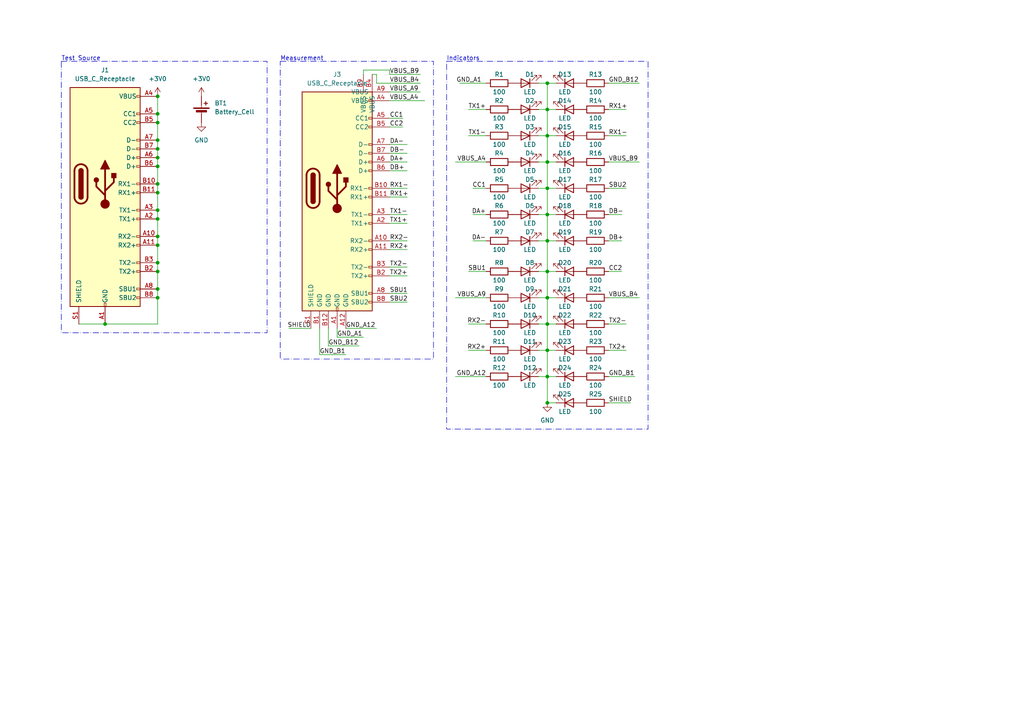
<source format=kicad_sch>
(kicad_sch (version 20230121) (generator eeschema)
  (paper "A4")
  (lib_symbols
    (symbol "Connector:USB_C_Receptacle" (pin_names (offset 1.016))
      (property "Reference" "J" (at -10.16 29.21 0))
      (property "Value" "USB_C_Receptacle" (at 10.16 29.21 0))
      (symbol "USB_C_Receptacle_0_0"
        (rectangle (start -0.254 -35.56) (end 0.254 -34.544))
        (rectangle (start 10.16 -32.766) (end 9.144 -33.274))
        (rectangle (start 10.16 -30.226) (end 9.144 -30.734))
        (rectangle (start 10.16 -25.146) (end 9.144 -25.654))
        (rectangle (start 10.16 -22.606) (end 9.144 -23.114))
        (rectangle (start 10.16 -17.526) (end 9.144 -18.034))
        (rectangle (start 10.16 -14.986) (end 9.144 -15.494))
        (rectangle (start 10.16 -9.906) (end 9.144 -10.414))
        (rectangle (start 10.16 -7.366) (end 9.144 -7.874))
        (rectangle (start 10.16 -2.286) (end 9.144 -2.794))
        (rectangle (start 10.16 0.254) (end 9.144 -0.254))
        (rectangle (start 10.16 5.334) (end 9.144 4.826))
        (rectangle (start 10.16 7.874) (end 9.144 7.366))
        (rectangle (start 10.16 10.414) (end 9.144 9.906))
        (rectangle (start 10.16 12.954) (end 9.144 12.446))
        (rectangle (start 10.16 18.034) (end 9.144 17.526))
        (rectangle (start 10.16 20.574) (end 9.144 20.066))
        (rectangle (start 10.16 25.654) (end 9.144 25.146))
      )
      (symbol "USB_C_Receptacle_0_1"
        (rectangle (start -10.16 27.94) (end 10.16 -35.56) (stroke (width 0.254)) (fill (type background)))
        (arc (start -8.89 -3.81) (mid -6.985 -5.7067) (end -5.08 -3.81) (stroke (width 0.508)))
        (arc (start -7.62 -3.81) (mid -6.985 -4.4423) (end -6.35 -3.81) (stroke (width 0.254)))
        (arc (start -7.62 -3.81) (mid -6.985 -4.4423) (end -6.35 -3.81) (stroke (width 0.254)) (fill (type outline)))
        (rectangle (start -7.62 -3.81) (end -6.35 3.81) (stroke (width 0.254)) (fill (type outline)))
        (arc (start -6.35 3.81) (mid -6.985 4.4423) (end -7.62 3.81) (stroke (width 0.254)))
        (arc (start -6.35 3.81) (mid -6.985 4.4423) (end -7.62 3.81) (stroke (width 0.254)) (fill (type outline)))
        (arc (start -5.08 3.81) (mid -6.985 5.7067) (end -8.89 3.81) (stroke (width 0.508)))
        (polyline (pts (xy -8.89 -3.81) (xy -8.89 3.81)) (stroke (width 0.508)))
        (polyline (pts (xy -5.08 3.81) (xy -5.08 -3.81)) (stroke (width 0.508)))
      )
      (symbol "USB_C_Receptacle_1_1"
        (circle (center -2.54 1.143) (radius 0.635) (stroke (width 0.254)) (fill (type outline)))
        (circle (center 0 -5.842) (radius 1.27) (fill (type outline)))
        (polyline (pts (xy 0 -5.842) (xy 0 4.318)) (stroke (width 0.508)))
        (polyline (pts (xy 0 -3.302) (xy -2.54 -0.762) (xy -2.54 0.508)) (stroke (width 0.508)))
        (polyline (pts (xy 0 -2.032) (xy 2.54 0.508) (xy 2.54 1.778)) (stroke (width 0.508)))
        (polyline (pts (xy -1.27 4.318) (xy 0 6.858) (xy 1.27 4.318) (xy -1.27 4.318)) (stroke (width 0.254)) (fill (type outline)))
        (rectangle (start 1.905 1.778) (end 3.175 3.048) (stroke (width 0.254)) (fill (type outline)))
        (pin passive line (at 0 -40.64 90) (length 5.08) (name "GND") (number "A1"))
        (pin bidirectional line (at 15.24 -15.24 180) (length 5.08) (name "RX2-") (number "A10"))
        (pin bidirectional line (at 15.24 -17.78 180) (length 5.08) (name "RX2+") (number "A11"))
        (pin passive line (at 0 -40.64 90) (length 5.08) hide (name "GND") (number "A12"))
        (pin bidirectional line (at 15.24 -10.16 180) (length 5.08) (name "TX1+") (number "A2"))
        (pin bidirectional line (at 15.24 -7.62 180) (length 5.08) (name "TX1-") (number "A3"))
        (pin passive line (at 15.24 25.4 180) (length 5.08) (name "VBUS") (number "A4"))
        (pin bidirectional line (at 15.24 20.32 180) (length 5.08) (name "CC1") (number "A5"))
        (pin bidirectional line (at 15.24 7.62 180) (length 5.08) (name "D+") (number "A6"))
        (pin bidirectional line (at 15.24 12.7 180) (length 5.08) (name "D-") (number "A7"))
        (pin bidirectional line (at 15.24 -30.48 180) (length 5.08) (name "SBU1") (number "A8"))
        (pin passive line (at 15.24 25.4 180) (length 5.08) hide (name "VBUS") (number "A9"))
        (pin passive line (at 0 -40.64 90) (length 5.08) hide (name "GND") (number "B1"))
        (pin bidirectional line (at 15.24 0 180) (length 5.08) (name "RX1-") (number "B10"))
        (pin bidirectional line (at 15.24 -2.54 180) (length 5.08) (name "RX1+") (number "B11"))
        (pin passive line (at 0 -40.64 90) (length 5.08) hide (name "GND") (number "B12"))
        (pin bidirectional line (at 15.24 -25.4 180) (length 5.08) (name "TX2+") (number "B2"))
        (pin bidirectional line (at 15.24 -22.86 180) (length 5.08) (name "TX2-") (number "B3"))
        (pin passive line (at 15.24 25.4 180) (length 5.08) hide (name "VBUS") (number "B4"))
        (pin bidirectional line (at 15.24 17.78 180) (length 5.08) (name "CC2") (number "B5"))
        (pin bidirectional line (at 15.24 5.08 180) (length 5.08) (name "D+") (number "B6"))
        (pin bidirectional line (at 15.24 10.16 180) (length 5.08) (name "D-") (number "B7"))
        (pin bidirectional line (at 15.24 -33.02 180) (length 5.08) (name "SBU2") (number "B8"))
        (pin passive line (at 15.24 25.4 180) (length 5.08) hide (name "VBUS") (number "B9"))
        (pin passive line (at -7.62 -40.64 90) (length 5.08) (name "SHIELD") (number "S1"))
      )
    )
    (symbol "Device:Battery_Cell" (pin_numbers hide) (pin_names (offset 0) hide)
      (property "Reference" "BT" (at 2.54 2.54 0))
      (property "Value" "Battery_Cell" (at 2.54 0 0))
      (symbol "Battery_Cell_0_1"
        (rectangle (start -2.286 1.778) (end 2.286 1.524) (fill (type outline)))
        (rectangle (start -1.524 1.016) (end 1.524 0.508) (fill (type outline)))
        (polyline (pts (xy 0 0.762) (xy 0 0)))
        (polyline (pts (xy 0 1.778) (xy 0 2.54)))
        (polyline (pts (xy 0.762 3.048) (xy 1.778 3.048)) (stroke (width 0.254)))
        (polyline (pts (xy 1.27 3.556) (xy 1.27 2.54)) (stroke (width 0.254)))
      )
      (symbol "Battery_Cell_1_1"
        (pin passive line (at 0 5.08 270) (length 2.54) (name "+") (number "1"))
        (pin passive line (at 0 -2.54 90) (length 2.54) (name "-") (number "2"))
      )
    )
    (symbol "Device:LED" (pin_numbers hide) (pin_names (offset 1.016) hide)
      (property "Reference" "D" (at 0 2.54 0))
      (property "Value" "LED" (at 0 -2.54 0))
      (symbol "LED_0_1"
        (polyline (pts (xy -1.27 -1.27) (xy -1.27 1.27)) (stroke (width 0.254)))
        (polyline (pts (xy -1.27 0) (xy 1.27 0)))
        (polyline (pts (xy 1.27 -1.27) (xy 1.27 1.27) (xy -1.27 0) (xy 1.27 -1.27)) (stroke (width 0.254)))
        (polyline (pts (xy -3.048 -0.762) (xy -4.572 -2.286) (xy -3.81 -2.286) (xy -4.572 -2.286) (xy -4.572 -1.524)))
        (polyline (pts (xy -1.778 -0.762) (xy -3.302 -2.286) (xy -2.54 -2.286) (xy -3.302 -2.286) (xy -3.302 -1.524)))
      )
      (symbol "LED_1_1"
        (pin passive line (at -3.81 0 0) (length 2.54) (name "K") (number "1"))
        (pin passive line (at 3.81 0 180) (length 2.54) (name "A") (number "2"))
      )
    )
    (symbol "Device:R" (pin_numbers hide) (pin_names (offset 0))
      (property "Reference" "R" (at 2.032 0 90))
      (property "Value" "R" (at 0 0 90))
      (symbol "R_0_1"
        (rectangle (start -1.016 -2.54) (end 1.016 2.54) (stroke (width 0.254)))
      )
      (symbol "R_1_1"
        (pin passive line (at 0 3.81 270) (length 1.27) (name "~") (number "1"))
        (pin passive line (at 0 -3.81 90) (length 1.27) (name "~") (number "2"))
      )
    )
    (symbol "USB_C_Receptacle_1" (pin_names (offset 1.016))
      (property "Reference" "J3" (at 0 33.02 0))
      (property "Value" "USB_C_Receptacle" (at 0 30.48 0))
      (symbol "USB_C_Receptacle_1_0_0"
        (rectangle (start -0.254 -35.56) (end 0.254 -34.544))
        (rectangle (start 10.16 -32.766) (end 9.144 -33.274))
        (rectangle (start 10.16 -30.226) (end 9.144 -30.734))
        (rectangle (start 10.16 -25.146) (end 9.144 -25.654))
        (rectangle (start 10.16 -22.606) (end 9.144 -23.114))
        (rectangle (start 10.16 -17.526) (end 9.144 -18.034))
        (rectangle (start 10.16 -14.986) (end 9.144 -15.494))
        (rectangle (start 10.16 -9.906) (end 9.144 -10.414))
        (rectangle (start 10.16 -7.366) (end 9.144 -7.874))
        (rectangle (start 10.16 -2.286) (end 9.144 -2.794))
        (rectangle (start 10.16 0.254) (end 9.144 -0.254))
        (rectangle (start 10.16 5.334) (end 9.144 4.826))
        (rectangle (start 10.16 7.874) (end 9.144 7.366))
        (rectangle (start 10.16 10.414) (end 9.144 9.906))
        (rectangle (start 10.16 12.954) (end 9.144 12.446))
        (rectangle (start 10.16 18.034) (end 9.144 17.526))
        (rectangle (start 10.16 20.574) (end 9.144 20.066))
        (rectangle (start 10.16 25.654) (end 9.144 25.146))
      )
      (symbol "USB_C_Receptacle_1_0_1"
        (rectangle (start -10.16 27.94) (end 10.16 -35.56) (stroke (width 0.254)) (fill (type background)))
        (arc (start -8.89 -3.81) (mid -6.985 -5.7067) (end -5.08 -3.81) (stroke (width 0.508)))
        (arc (start -7.62 -3.81) (mid -6.985 -4.4423) (end -6.35 -3.81) (stroke (width 0.254)))
        (arc (start -7.62 -3.81) (mid -6.985 -4.4423) (end -6.35 -3.81) (stroke (width 0.254)) (fill (type outline)))
        (rectangle (start -7.62 -3.81) (end -6.35 3.81) (stroke (width 0.254)) (fill (type outline)))
        (arc (start -6.35 3.81) (mid -6.985 4.4423) (end -7.62 3.81) (stroke (width 0.254)))
        (arc (start -6.35 3.81) (mid -6.985 4.4423) (end -7.62 3.81) (stroke (width 0.254)) (fill (type outline)))
        (arc (start -5.08 3.81) (mid -6.985 5.7067) (end -8.89 3.81) (stroke (width 0.508)))
        (polyline (pts (xy -8.89 -3.81) (xy -8.89 3.81)) (stroke (width 0.508)))
        (polyline (pts (xy -5.08 3.81) (xy -5.08 -3.81)) (stroke (width 0.508)))
      )
      (symbol "USB_C_Receptacle_1_1_1"
        (circle (center -2.54 1.143) (radius 0.635) (stroke (width 0.254)) (fill (type outline)))
        (circle (center 0 -5.842) (radius 1.27) (fill (type outline)))
        (polyline (pts (xy 0 -5.842) (xy 0 4.318)) (stroke (width 0.508)))
        (polyline (pts (xy 0 -3.302) (xy -2.54 -0.762) (xy -2.54 0.508)) (stroke (width 0.508)))
        (polyline (pts (xy 0 -2.032) (xy 2.54 0.508) (xy 2.54 1.778)) (stroke (width 0.508)))
        (polyline (pts (xy -1.27 4.318) (xy 0 6.858) (xy 1.27 4.318) (xy -1.27 4.318)) (stroke (width 0.254)) (fill (type outline)))
        (rectangle (start 1.905 1.778) (end 3.175 3.048) (stroke (width 0.254)) (fill (type outline)))
        (pin passive line (at 0 -40.64 90) (length 5.08) (name "GND") (number "A1"))
        (pin bidirectional line (at 15.24 -15.24 180) (length 5.08) (name "RX2-") (number "A10"))
        (pin bidirectional line (at 15.24 -17.78 180) (length 5.08) (name "RX2+") (number "A11"))
        (pin passive line (at 2.54 -40.64 90) (length 5.08) (name "GND") (number "A12"))
        (pin bidirectional line (at 15.24 -10.16 180) (length 5.08) (name "TX1+") (number "A2"))
        (pin bidirectional line (at 15.24 -7.62 180) (length 5.08) (name "TX1-") (number "A3"))
        (pin passive line (at 15.24 25.4 180) (length 5.08) (name "VBUS") (number "A4"))
        (pin bidirectional line (at 15.24 20.32 180) (length 5.08) (name "CC1") (number "A5"))
        (pin bidirectional line (at 15.24 7.62 180) (length 5.08) (name "D+") (number "A6"))
        (pin bidirectional line (at 15.24 12.7 180) (length 5.08) (name "D-") (number "A7"))
        (pin bidirectional line (at 15.24 -30.48 180) (length 5.08) (name "SBU1") (number "A8"))
        (pin passive line (at 15.24 27.94 180) (length 5.08) (name "VBUS") (number "A9"))
        (pin passive line (at -5.08 -40.64 90) (length 5.08) (name "GND") (number "B1"))
        (pin bidirectional line (at 15.24 0 180) (length 5.08) (name "RX1-") (number "B10"))
        (pin bidirectional line (at 15.24 -2.54 180) (length 5.08) (name "RX1+") (number "B11"))
        (pin passive line (at -2.54 -40.64 90) (length 5.08) (name "GND") (number "B12"))
        (pin bidirectional line (at 15.24 -25.4 180) (length 5.08) (name "TX2+") (number "B2"))
        (pin bidirectional line (at 15.24 -22.86 180) (length 5.08) (name "TX2-") (number "B3"))
        (pin passive line (at 10.16 33.02 270) (length 5.08) (name "VBUS") (number "B4"))
        (pin bidirectional line (at 15.24 17.78 180) (length 5.08) (name "CC2") (number "B5"))
        (pin bidirectional line (at 15.24 5.08 180) (length 5.08) (name "D+") (number "B6"))
        (pin bidirectional line (at 15.24 10.16 180) (length 5.08) (name "D-") (number "B7"))
        (pin bidirectional line (at 15.24 -33.02 180) (length 5.08) (name "SBU2") (number "B8"))
        (pin passive line (at 7.62 33.02 270) (length 5.08) (name "VBUS") (number "B9"))
        (pin passive line (at -7.62 -40.64 90) (length 5.08) (name "SHIELD") (number "S1"))
      )
    )
    (symbol "power:+3V0" (power) (pin_names (offset 0))
      (property "Value" "+3V0" (at 0 3.556 0))
      (symbol "+3V0_0_1"
        (polyline (pts (xy -0.762 1.27) (xy 0 2.54)))
        (polyline (pts (xy 0 0) (xy 0 2.54)))
        (polyline (pts (xy 0 2.54) (xy 0.762 1.27)))
      )
      (symbol "+3V0_1_1"
        (pin power_in line (at 0 0 90) (length 0) hide (name "+3V0") (number "1"))
      )
    )
    (symbol "power:GND" (power) (pin_names (offset 0))
      (property "Value" "GND" (at 0 -3.81 0))
      (symbol "GND_0_1"
        (polyline (pts (xy 0 0) (xy 0 -1.27) (xy 1.27 -1.27) (xy 0 -2.54) (xy -1.27 -1.27) (xy 0 -1.27)))
      )
      (symbol "GND_1_1"
        (pin power_in line (at 0 0 270) (length 0) hide (name "GND") (number "1"))
      )
    )
  )
  (junction (at 45.72 83.82))
  (junction (at 45.72 60.96))
  (junction (at 45.72 76.2))
  (junction (at 45.72 53.34))
  (junction (at 158.75 116.84))
  (junction (at 158.75 101.6))
  (junction (at 45.72 43.18))
  (junction (at 45.72 48.26))
  (junction (at 158.75 86.36))
  (junction (at 45.72 86.36))
  (junction (at 45.72 45.72))
  (junction (at 158.75 31.75))
  (junction (at 45.72 33.02))
  (junction (at 158.75 24.13))
  (junction (at 158.75 54.61))
  (junction (at 158.75 78.74))
  (junction (at 45.72 68.58))
  (junction (at 158.75 69.85))
  (junction (at 45.72 40.64))
  (junction (at 158.75 109.22))
  (junction (at 45.72 35.56))
  (junction (at 158.75 93.98))
  (junction (at 158.75 46.99))
  (junction (at 45.72 63.5))
  (junction (at 45.72 55.88))
  (junction (at 45.72 78.74))
  (junction (at 158.75 62.23))
  (junction (at 45.72 27.94))
  (junction (at 30.48 93.98))
  (junction (at 45.72 71.12))
  (junction (at 158.75 39.37))
  (wire (pts (xy 137.16 54.61) (xy 140.97 54.61)))
  (wire (pts (xy 113.03 34.29) (xy 116.84 34.29)))
  (wire (pts (xy 135.89 101.6) (xy 140.97 101.6)))
  (wire (pts (xy 176.53 31.75) (xy 181.61 31.75)))
  (wire (pts (xy 135.89 31.75) (xy 140.97 31.75)))
  (wire (pts (xy 158.75 46.99) (xy 161.29 46.99)))
  (wire (pts (xy 156.21 109.22) (xy 158.75 109.22)))
  (wire (pts (xy 156.21 93.98) (xy 158.75 93.98)))
  (wire (pts (xy 132.08 46.99) (xy 140.97 46.99)))
  (wire (pts (xy 158.75 101.6) (xy 158.75 109.22)))
  (wire (pts (xy 45.72 53.34) (xy 45.72 55.88)))
  (wire (pts (xy 113.03 29.21) (xy 123.19 29.21)))
  (wire (pts (xy 176.53 24.13) (xy 185.42 24.13)))
  (wire (pts (xy 158.75 24.13) (xy 158.75 31.75)))
  (wire (pts (xy 97.79 95.25) (xy 97.79 97.79)))
  (wire (pts (xy 95.25 95.25) (xy 95.25 100.33)))
  (wire (pts (xy 105.41 20.32) (xy 113.03 20.32)))
  (wire (pts (xy 176.53 69.85) (xy 180.34 69.85)))
  (wire (pts (xy 158.75 24.13) (xy 161.29 24.13)))
  (wire (pts (xy 135.89 93.98) (xy 140.97 93.98)))
  (wire (pts (xy 113.03 72.39) (xy 118.11 72.39)))
  (wire (pts (xy 156.21 62.23) (xy 158.75 62.23)))
  (wire (pts (xy 45.72 43.18) (xy 45.72 45.72)))
  (wire (pts (xy 113.03 87.63) (xy 118.11 87.63)))
  (wire (pts (xy 109.22 21.59) (xy 109.22 24.13)))
  (wire (pts (xy 45.72 35.56) (xy 45.72 40.64)))
  (wire (pts (xy 133.35 24.13) (xy 140.97 24.13)))
  (wire (pts (xy 92.71 102.87) (xy 100.33 102.87)))
  (wire (pts (xy 113.03 21.59) (xy 121.92 21.59)))
  (wire (pts (xy 176.53 54.61) (xy 181.61 54.61)))
  (wire (pts (xy 113.03 57.15) (xy 118.11 57.15)))
  (wire (pts (xy 113.03 36.83) (xy 116.84 36.83)))
  (wire (pts (xy 176.53 46.99) (xy 185.42 46.99)))
  (wire (pts (xy 95.25 100.33) (xy 104.14 100.33)))
  (wire (pts (xy 176.53 39.37) (xy 181.61 39.37)))
  (wire (pts (xy 156.21 69.85) (xy 158.75 69.85)))
  (wire (pts (xy 176.53 116.84) (xy 182.88 116.84)))
  (wire (pts (xy 135.89 39.37) (xy 140.97 39.37)))
  (wire (pts (xy 113.03 54.61) (xy 118.11 54.61)))
  (wire (pts (xy 156.21 101.6) (xy 158.75 101.6)))
  (wire (pts (xy 113.03 77.47) (xy 118.11 77.47)))
  (wire (pts (xy 158.75 39.37) (xy 158.75 46.99)))
  (wire (pts (xy 176.53 101.6) (xy 181.61 101.6)))
  (wire (pts (xy 45.72 71.12) (xy 45.72 76.2)))
  (wire (pts (xy 45.72 48.26) (xy 45.72 53.34)))
  (wire (pts (xy 45.72 78.74) (xy 45.72 83.82)))
  (wire (pts (xy 158.75 54.61) (xy 161.29 54.61)))
  (wire (pts (xy 135.89 78.74) (xy 140.97 78.74)))
  (wire (pts (xy 156.21 24.13) (xy 158.75 24.13)))
  (wire (pts (xy 158.75 86.36) (xy 158.75 93.98)))
  (wire (pts (xy 158.75 78.74) (xy 158.75 86.36)))
  (wire (pts (xy 45.72 33.02) (xy 45.72 35.56)))
  (wire (pts (xy 137.16 69.85) (xy 140.97 69.85)))
  (wire (pts (xy 158.75 31.75) (xy 158.75 39.37)))
  (wire (pts (xy 22.86 93.98) (xy 30.48 93.98)))
  (wire (pts (xy 100.33 95.25) (xy 109.22 95.25)))
  (wire (pts (xy 45.72 63.5) (xy 45.72 68.58)))
  (wire (pts (xy 156.21 78.74) (xy 158.75 78.74)))
  (wire (pts (xy 158.75 46.99) (xy 158.75 54.61)))
  (wire (pts (xy 45.72 45.72) (xy 45.72 48.26)))
  (wire (pts (xy 158.75 69.85) (xy 158.75 78.74)))
  (wire (pts (xy 137.16 62.23) (xy 140.97 62.23)))
  (wire (pts (xy 158.75 116.84) (xy 161.29 116.84)))
  (wire (pts (xy 176.53 62.23) (xy 180.34 62.23)))
  (wire (pts (xy 113.03 64.77) (xy 118.11 64.77)))
  (wire (pts (xy 158.75 109.22) (xy 161.29 109.22)))
  (wire (pts (xy 45.72 27.94) (xy 45.72 33.02)))
  (wire (pts (xy 113.03 46.99) (xy 118.11 46.99)))
  (wire (pts (xy 158.75 69.85) (xy 161.29 69.85)))
  (wire (pts (xy 158.75 78.74) (xy 161.29 78.74)))
  (wire (pts (xy 176.53 109.22) (xy 184.15 109.22)))
  (wire (pts (xy 158.75 93.98) (xy 158.75 101.6)))
  (wire (pts (xy 156.21 31.75) (xy 158.75 31.75)))
  (wire (pts (xy 45.72 93.98) (xy 30.48 93.98)))
  (wire (pts (xy 156.21 39.37) (xy 158.75 39.37)))
  (wire (pts (xy 45.72 55.88) (xy 45.72 60.96)))
  (wire (pts (xy 113.03 49.53) (xy 118.11 49.53)))
  (wire (pts (xy 92.71 95.25) (xy 92.71 102.87)))
  (wire (pts (xy 176.53 93.98) (xy 181.61 93.98)))
  (wire (pts (xy 156.21 46.99) (xy 158.75 46.99)))
  (wire (pts (xy 113.03 85.09) (xy 118.11 85.09)))
  (wire (pts (xy 158.75 39.37) (xy 161.29 39.37)))
  (wire (pts (xy 45.72 68.58) (xy 45.72 71.12)))
  (wire (pts (xy 45.72 60.96) (xy 45.72 63.5)))
  (wire (pts (xy 109.22 24.13) (xy 121.92 24.13)))
  (wire (pts (xy 45.72 40.64) (xy 45.72 43.18)))
  (wire (pts (xy 176.53 86.36) (xy 185.42 86.36)))
  (wire (pts (xy 113.03 69.85) (xy 118.11 69.85)))
  (wire (pts (xy 107.95 21.59) (xy 109.22 21.59)))
  (wire (pts (xy 113.03 41.91) (xy 118.11 41.91)))
  (wire (pts (xy 97.79 97.79) (xy 105.41 97.79)))
  (wire (pts (xy 158.75 109.22) (xy 158.75 116.84)))
  (wire (pts (xy 176.53 78.74) (xy 180.34 78.74)))
  (wire (pts (xy 132.08 109.22) (xy 140.97 109.22)))
  (wire (pts (xy 113.03 80.01) (xy 118.11 80.01)))
  (wire (pts (xy 158.75 54.61) (xy 158.75 62.23)))
  (wire (pts (xy 113.03 44.45) (xy 118.11 44.45)))
  (wire (pts (xy 158.75 31.75) (xy 161.29 31.75)))
  (wire (pts (xy 158.75 93.98) (xy 161.29 93.98)))
  (wire (pts (xy 132.08 86.36) (xy 140.97 86.36)))
  (wire (pts (xy 158.75 62.23) (xy 161.29 62.23)))
  (wire (pts (xy 156.21 54.61) (xy 158.75 54.61)))
  (wire (pts (xy 45.72 76.2) (xy 45.72 78.74)))
  (wire (pts (xy 113.03 26.67) (xy 121.92 26.67)))
  (wire (pts (xy 158.75 62.23) (xy 158.75 69.85)))
  (wire (pts (xy 45.72 83.82) (xy 45.72 86.36)))
  (wire (pts (xy 83.82 95.25) (xy 90.17 95.25)))
  (wire (pts (xy 158.75 101.6) (xy 161.29 101.6)))
  (wire (pts (xy 158.75 86.36) (xy 161.29 86.36)))
  (wire (pts (xy 113.03 62.23) (xy 118.11 62.23)))
  (wire (pts (xy 156.21 86.36) (xy 158.75 86.36)))
  (wire (pts (xy 45.72 86.36) (xy 45.72 93.98)))
  (wire (pts (xy 105.41 21.59) (xy 105.41 20.32)))
  (wire (pts (xy 113.03 20.32) (xy 113.03 21.59)))
  (rectangle (start 81.28 17.78) (end 125.73 104.14) (stroke (width 0) (type dash_dot)))
  (rectangle (start 17.78 17.78) (end 77.47 96.52) (stroke (width 0) (type dash_dot)))
  (rectangle (start 129.54 17.78) (end 187.96 124.46) (stroke (width 0) (type dash_dot)))
  (text "Test Source" (at 17.78 17.78 0) (effects (font (size 1.27 1.27)) (justify left bottom)))
  (text "Indicators" (at 129.54 17.78 0) (effects (font (size 1.27 1.27)) (justify left bottom)))
  (text "Measurement\n" (at 81.28 17.78 0) (effects (font (size 1.27 1.27)) (justify left bottom)))
  (label "GND_A1" (at 139.7 24.13 180))
  (label "SBU1" (at 140.97 78.74 180))
  (label "TX2+" (at 176.53 101.6 0))
  (label "GND_A12" (at 100.33 95.25 0))
  (label "VBUS_A9" (at 140.97 86.36 180))
  (label "TX1-" (at 140.97 39.37 180))
  (label "RX1+" (at 113.03 57.15 0))
  (label "RX1+" (at 176.53 31.75 0))
  (label "VBUS_A4" (at 140.97 46.99 180))
  (label "VBUS_A9" (at 113.03 26.67 0))
  (label "SBU1" (at 113.03 85.09 0))
  (label "VBUS_B4" (at 113.03 24.13 0))
  (label "CC1" (at 113.03 34.29 0))
  (label "RX1-" (at 113.03 54.61 0))
  (label "RX2-" (at 140.97 93.98 180))
  (label "RX2+" (at 113.03 72.39 0))
  (label "GND_A12" (at 140.97 109.22 180))
  (label "SBU2" (at 176.53 54.61 0))
  (label "TX2-" (at 113.03 77.47 0))
  (label "SBU2" (at 113.03 87.63 0))
  (label "VBUS_A4" (at 113.03 29.21 0))
  (label "DB-" (at 176.53 62.23 0))
  (label "CC1" (at 140.97 54.61 180))
  (label "DB-" (at 113.03 44.45 0))
  (label "TX1+" (at 140.97 31.75 180))
  (label "DA+" (at 113.03 46.99 0))
  (label "DA-" (at 113.03 41.91 0))
  (label "GND_B12" (at 176.53 24.13 0))
  (label "RX2-" (at 113.03 69.85 0))
  (label "TX2-" (at 176.53 93.98 0))
  (label "SHIELD" (at 90.17 95.25 180))
  (label "GND_B12" (at 95.25 100.33 0))
  (label "CC2" (at 113.03 36.83 0))
  (label "VBUS_B9" (at 113.03 21.59 0))
  (label "CC2" (at 176.53 78.74 0))
  (label "RX1-" (at 176.53 39.37 0))
  (label "VBUS_B9" (at 176.53 46.99 0))
  (label "TX1-" (at 113.03 62.23 0))
  (label "GND_B1" (at 176.53 109.22 0))
  (label "VBUS_B4" (at 176.53 86.36 0))
  (label "GND_B1" (at 92.71 102.87 0))
  (label "DB+" (at 176.53 69.85 0))
  (label "RX2+" (at 140.97 101.6 180))
  (label "DB+" (at 113.03 49.53 0))
  (label "DA-" (at 140.97 69.85 180))
  (label "GND_A1" (at 97.79 97.79 0))
  (label "TX2+" (at 113.03 80.01 0))
  (label "SHIELD" (at 176.53 116.84 0))
  (label "TX1+" (at 113.03 64.77 0))
  (label "DA+" (at 140.97 62.23 180))
  (symbol (lib_id "Device:LED") (at 152.4 69.85 180) (unit 1)
    (property "Reference" "D7" (at 153.67 67.31 0))
    (property "Value" "LED" (at 153.67 72.39 0))
    (property "Footprint" "Library:LED_0805_2012Metric" (effects hide))
    (property "LCSC" "C965815" (effects hide))
    (property "MPN" "XL-2012UGC" (effects hide))
  )
  (symbol (lib_id "Device:LED") (at 165.1 109.22 0) (mirror x) (unit 1)
    (property "Reference" "D24" (at 163.83 106.68 0))
    (property "Value" "LED" (at 163.83 111.76 0))
    (property "Footprint" "Library:LED_0805_2012Metric" (effects hide))
    (property "LCSC" "C965815" (effects hide))
    (property "MPN" "XL-2012UGC" (effects hide))
  )
  (symbol (lib_id "Device:LED") (at 152.4 46.99 180) (unit 1)
    (property "Reference" "D4" (at 153.67 44.45 0))
    (property "Value" "LED" (at 153.67 49.53 0))
    (property "Footprint" "Library:LED_0805_2012Metric" (effects hide))
    (property "LCSC" "C965815" (effects hide))
    (property "MPN" "XL-2012UGC" (effects hide))
  )
  (symbol (lib_id "Device:LED") (at 152.4 54.61 180) (unit 1)
    (property "Reference" "D5" (at 153.67 52.07 0))
    (property "Value" "LED" (at 153.67 57.15 0))
    (property "Footprint" "Library:LED_0805_2012Metric" (effects hide))
    (property "LCSC" "C965815" (effects hide))
    (property "MPN" "XL-2012UGC" (effects hide))
  )
  (symbol (lib_id "Device:LED") (at 165.1 116.84 0) (mirror x) (unit 1)
    (property "Reference" "D25" (at 163.83 114.3 0))
    (property "Value" "LED" (at 163.83 119.38 0))
    (property "Footprint" "Library:LED_0805_2012Metric" (effects hide))
    (property "LCSC" "C965815" (effects hide))
    (property "MPN" "XL-2012UGC" (effects hide))
  )
  (symbol (lib_id "Device:LED") (at 165.1 24.13 0) (mirror x) (unit 1)
    (property "Reference" "D13" (at 163.83 21.59 0))
    (property "Value" "LED" (at 163.83 26.67 0))
    (property "Footprint" "Library:LED_0805_2012Metric" (effects hide))
    (property "LCSC" "C965815" (effects hide))
    (property "MPN" "XL-2012UGC" (effects hide))
  )
  (symbol (lib_id "Device:LED") (at 165.1 93.98 0) (mirror x) (unit 1)
    (property "Reference" "D22" (at 163.83 91.44 0))
    (property "Value" "LED" (at 163.83 96.52 0))
    (property "Footprint" "Library:LED_0805_2012Metric" (effects hide))
    (property "LCSC" "C965815" (effects hide))
    (property "MPN" "XL-2012UGC" (effects hide))
  )
  (symbol (lib_name "USB_C_Receptacle_1") (lib_id "Connector:USB_C_Receptacle") (at 97.79 54.61 0) (unit 1)
    (property "Reference" "J3" (at 97.79 21.59 0))
    (property "Value" "USB_C_Receptacle" (at 97.79 24.13 0))
    (property "Footprint" "Connectors:USB_C_Receptacle_Kinghelm_KH-TYPE-C-JB0.8-24P" (effects hide))
    (property "Datasheet" "https://www.usb.org/sites/default/files/documents/usb_type-c.zip" (effects hide))
    (property "LCSC" "C2919640" (effects hide))
    (property "MPN" "KH-TYPE-C-JB0.8-24P" (effects hide))
  )
  (symbol (lib_id "Device:LED") (at 165.1 101.6 0) (mirror x) (unit 1)
    (property "Reference" "D23" (at 163.83 99.06 0))
    (property "Value" "LED" (at 163.83 104.14 0))
    (property "Footprint" "Library:LED_0805_2012Metric" (effects hide))
    (property "LCSC" "C965815" (effects hide))
    (property "MPN" "XL-2012UGC" (effects hide))
  )
  (symbol (lib_id "Device:R") (at 172.72 31.75 270) (mirror x) (unit 1)
    (property "Reference" "R14" (at 172.72 29.21 90))
    (property "Value" "100" (at 172.72 34.29 90))
    (property "Footprint" "Resistor_SMD:R_0805_2012Metric" (effects hide))
    (property "LCSC" "C2907294" (effects hide))
    (property "MPN" "FRC0805J101 TS" (effects hide))
  )
  (symbol (lib_id "Connector:USB_C_Receptacle") (at 30.48 53.34 0) (unit 1)
    (property "Reference" "J1" (at 30.48 20.32 0))
    (property "Value" "USB_C_Receptacle" (at 30.48 22.86 0))
    (property "Footprint" "Connectors:USB_C_Receptacle_Kinghelm_KH-TYPE-C-JB0.8-24P" (effects hide))
    (property "Datasheet" "https://www.usb.org/sites/default/files/documents/usb_type-c.zip" (effects hide))
    (property "LCSC" "C2919640" (effects hide))
    (property "MPN" "KH-TYPE-C-JB0.8-24P" (effects hide))
  )
  (symbol (lib_id "power:GND") (at 58.42 35.56 0) (unit 1)
    (property "Reference" "#PWR02" (effects hide))
    (property "Value" "GND" (at 58.42 40.64 0))
  )
  (symbol (lib_id "Device:R") (at 172.72 101.6 270) (mirror x) (unit 1)
    (property "Reference" "R23" (at 172.72 99.06 90))
    (property "Value" "100" (at 172.72 104.14 90))
    (property "Footprint" "Resistor_SMD:R_0805_2012Metric" (effects hide))
    (property "LCSC" "C2907294" (effects hide))
    (property "MPN" "FRC0805J101 TS" (effects hide))
  )
  (symbol (lib_id "Device:R") (at 144.78 62.23 90) (unit 1)
    (property "Reference" "R6" (at 144.78 59.69 90))
    (property "Value" "100" (at 144.78 64.77 90))
    (property "Footprint" "Resistor_SMD:R_0805_2012Metric" (effects hide))
    (property "LCSC" "C2907294" (effects hide))
    (property "MPN" "FRC0805J101 TS" (effects hide))
  )
  (symbol (lib_id "Device:LED") (at 165.1 86.36 0) (mirror x) (unit 1)
    (property "Reference" "D21" (at 163.83 83.82 0))
    (property "Value" "LED" (at 163.83 88.9 0))
    (property "Footprint" "Library:LED_0805_2012Metric" (effects hide))
    (property "LCSC" "C965815" (effects hide))
    (property "MPN" "XL-2012UGC" (effects hide))
  )
  (symbol (lib_id "power:+3V0") (at 45.72 27.94 0) (unit 1)
    (property "Reference" "#PWR04" (effects hide))
    (property "Value" "+3V0" (at 45.72 22.86 0))
  )
  (symbol (lib_id "Device:LED") (at 152.4 24.13 180) (unit 1)
    (property "Reference" "D1" (at 153.67 21.59 0))
    (property "Value" "LED" (at 153.67 26.67 0))
    (property "Footprint" "Library:LED_0805_2012Metric" (effects hide))
    (property "LCSC" "C965815" (effects hide))
    (property "MPN" "XL-2012UGC" (effects hide))
  )
  (symbol (lib_id "Device:LED") (at 165.1 46.99 0) (mirror x) (unit 1)
    (property "Reference" "D16" (at 163.83 44.45 0))
    (property "Value" "LED" (at 163.83 49.53 0))
    (property "Footprint" "Library:LED_0805_2012Metric" (effects hide))
    (property "LCSC" "C965815" (effects hide))
    (property "MPN" "XL-2012UGC" (effects hide))
  )
  (symbol (lib_id "Device:R") (at 172.72 116.84 270) (mirror x) (unit 1)
    (property "Reference" "R25" (at 172.72 114.3 90))
    (property "Value" "100" (at 172.72 119.38 90))
    (property "Footprint" "Resistor_SMD:R_0805_2012Metric" (effects hide))
    (property "LCSC" "C2907294" (effects hide))
    (property "MPN" "FRC0805J101 TS" (effects hide))
  )
  (symbol (lib_id "Device:R") (at 144.78 24.13 90) (unit 1)
    (property "Reference" "R1" (at 144.78 21.59 90))
    (property "Value" "100" (at 144.78 26.67 90))
    (property "Footprint" "Resistor_SMD:R_0805_2012Metric" (effects hide))
    (property "LCSC" "C2907294" (effects hide))
    (property "MPN" "FRC0805J101 TS" (effects hide))
  )
  (symbol (lib_id "Device:LED") (at 165.1 62.23 0) (mirror x) (unit 1)
    (property "Reference" "D18" (at 163.83 59.69 0))
    (property "Value" "LED" (at 163.83 64.77 0))
    (property "Footprint" "Library:LED_0805_2012Metric" (effects hide))
    (property "LCSC" "C965815" (effects hide))
    (property "MPN" "XL-2012UGC" (effects hide))
  )
  (symbol (lib_id "Device:R") (at 172.72 62.23 270) (mirror x) (unit 1)
    (property "Reference" "R18" (at 172.72 59.69 90))
    (property "Value" "100" (at 172.72 64.77 90))
    (property "Footprint" "Resistor_SMD:R_0805_2012Metric" (effects hide))
    (property "LCSC" "C2907294" (effects hide))
    (property "MPN" "FRC0805J101 TS" (effects hide))
  )
  (symbol (lib_id "Device:R") (at 172.72 24.13 270) (mirror x) (unit 1)
    (property "Reference" "R13" (at 172.72 21.59 90))
    (property "Value" "100" (at 172.72 26.67 90))
    (property "Footprint" "Resistor_SMD:R_0805_2012Metric" (effects hide))
    (property "LCSC" "C2907294" (effects hide))
    (property "MPN" "FRC0805J101 TS" (effects hide))
  )
  (symbol (lib_id "Device:R") (at 172.72 46.99 270) (mirror x) (unit 1)
    (property "Reference" "R16" (at 172.72 44.45 90))
    (property "Value" "100" (at 172.72 49.53 90))
    (property "Footprint" "Resistor_SMD:R_0805_2012Metric" (effects hide))
    (property "LCSC" "C2907294" (effects hide))
    (property "MPN" "FRC0805J101 TS" (effects hide))
  )
  (symbol (lib_id "Device:R") (at 144.78 86.36 90) (unit 1)
    (property "Reference" "R9" (at 144.78 83.82 90))
    (property "Value" "100" (at 144.78 88.9 90))
    (property "Footprint" "Resistor_SMD:R_0805_2012Metric" (effects hide))
    (property "LCSC" "C2907294" (effects hide))
    (property "MPN" "FRC0805J101 TS" (effects hide))
  )
  (symbol (lib_id "Device:LED") (at 165.1 78.74 0) (mirror x) (unit 1)
    (property "Reference" "D20" (at 163.83 76.2 0))
    (property "Value" "LED" (at 163.83 81.28 0))
    (property "Footprint" "Library:LED_0805_2012Metric" (effects hide))
    (property "LCSC" "C965815" (effects hide))
    (property "MPN" "XL-2012UGC" (effects hide))
  )
  (symbol (lib_id "Device:LED") (at 165.1 39.37 0) (mirror x) (unit 1)
    (property "Reference" "D15" (at 163.83 36.83 0))
    (property "Value" "LED" (at 163.83 41.91 0))
    (property "Footprint" "Library:LED_0805_2012Metric" (effects hide))
    (property "LCSC" "C965815" (effects hide))
    (property "MPN" "XL-2012UGC" (effects hide))
  )
  (symbol (lib_id "Device:R") (at 172.72 109.22 270) (mirror x) (unit 1)
    (property "Reference" "R24" (at 172.72 106.68 90))
    (property "Value" "100" (at 172.72 111.76 90))
    (property "Footprint" "Resistor_SMD:R_0805_2012Metric" (effects hide))
    (property "LCSC" "C2907294" (effects hide))
    (property "MPN" "FRC0805J101 TS" (effects hide))
  )
  (symbol (lib_id "Device:LED") (at 152.4 109.22 180) (unit 1)
    (property "Reference" "D12" (at 153.67 106.68 0))
    (property "Value" "LED" (at 153.67 111.76 0))
    (property "Footprint" "Library:LED_0805_2012Metric" (effects hide))
    (property "LCSC" "C965815" (effects hide))
    (property "MPN" "XL-2012UGC" (effects hide))
  )
  (symbol (lib_id "Device:LED") (at 165.1 31.75 0) (mirror x) (unit 1)
    (property "Reference" "D14" (at 163.83 29.21 0))
    (property "Value" "LED" (at 163.83 34.29 0))
    (property "Footprint" "Library:LED_0805_2012Metric" (effects hide))
    (property "LCSC" "C965815" (effects hide))
    (property "MPN" "XL-2012UGC" (effects hide))
  )
  (symbol (lib_id "Device:LED") (at 152.4 62.23 180) (unit 1)
    (property "Reference" "D6" (at 153.67 59.69 0))
    (property "Value" "LED" (at 153.67 64.77 0))
    (property "Footprint" "Library:LED_0805_2012Metric" (effects hide))
    (property "LCSC" "C965815" (effects hide))
    (property "MPN" "XL-2012UGC" (effects hide))
  )
  (symbol (lib_id "Device:R") (at 144.78 46.99 90) (unit 1)
    (property "Reference" "R4" (at 144.78 44.45 90))
    (property "Value" "100" (at 144.78 49.53 90))
    (property "Footprint" "Resistor_SMD:R_0805_2012Metric" (effects hide))
    (property "LCSC" "C2907294" (effects hide))
    (property "MPN" "FRC0805J101 TS" (effects hide))
  )
  (symbol (lib_id "Device:R") (at 144.78 78.74 90) (unit 1)
    (property "Reference" "R8" (at 144.78 76.2 90))
    (property "Value" "100" (at 144.78 81.28 90))
    (property "Footprint" "Resistor_SMD:R_0805_2012Metric" (effects hide))
    (property "LCSC" "C2907294" (effects hide))
    (property "MPN" "FRC0805J101 TS" (effects hide))
  )
  (symbol (lib_id "Device:R") (at 144.78 54.61 90) (unit 1)
    (property "Reference" "R5" (at 144.78 52.07 90))
    (property "Value" "100" (at 144.78 57.15 90))
    (property "Footprint" "Resistor_SMD:R_0805_2012Metric" (effects hide))
    (property "LCSC" "C2907294" (effects hide))
    (property "MPN" "FRC0805J101 TS" (effects hide))
  )
  (symbol (lib_id "Device:R") (at 172.72 78.74 270) (mirror x) (unit 1)
    (property "Reference" "R20" (at 172.72 76.2 90))
    (property "Value" "100" (at 172.72 81.28 90))
    (property "Footprint" "Resistor_SMD:R_0805_2012Metric" (effects hide))
    (property "LCSC" "C2907294" (effects hide))
    (property "MPN" "FRC0805J101 TS" (effects hide))
  )
  (symbol (lib_id "Device:R") (at 172.72 69.85 270) (mirror x) (unit 1)
    (property "Reference" "R19" (at 172.72 67.31 90))
    (property "Value" "100" (at 172.72 72.39 90))
    (property "Footprint" "Resistor_SMD:R_0805_2012Metric" (effects hide))
    (property "LCSC" "C2907294" (effects hide))
    (property "MPN" "FRC0805J101 TS" (effects hide))
  )
  (symbol (lib_id "Device:R") (at 144.78 31.75 90) (unit 1)
    (property "Reference" "R2" (at 144.78 29.21 90))
    (property "Value" "100" (at 144.78 34.29 90))
    (property "Footprint" "Resistor_SMD:R_0805_2012Metric" (effects hide))
    (property "LCSC" "C2907294" (effects hide))
    (property "MPN" "FRC0805J101 TS" (effects hide))
  )
  (symbol (lib_id "Device:LED") (at 165.1 54.61 0) (mirror x) (unit 1)
    (property "Reference" "D17" (at 163.83 52.07 0))
    (property "Value" "LED" (at 163.83 57.15 0))
    (property "Footprint" "Library:LED_0805_2012Metric" (effects hide))
    (property "LCSC" "C965815" (effects hide))
    (property "MPN" "XL-2012UGC" (effects hide))
  )
  (symbol (lib_id "Device:LED") (at 152.4 39.37 180) (unit 1)
    (property "Reference" "D3" (at 153.67 36.83 0))
    (property "Value" "LED" (at 153.67 41.91 0))
    (property "Footprint" "Library:LED_0805_2012Metric" (effects hide))
    (property "LCSC" "C965815" (effects hide))
    (property "MPN" "XL-2012UGC" (effects hide))
  )
  (symbol (lib_id "Device:R") (at 144.78 109.22 90) (unit 1)
    (property "Reference" "R12" (at 144.78 106.68 90))
    (property "Value" "100" (at 144.78 111.76 90))
    (property "Footprint" "Resistor_SMD:R_0805_2012Metric" (effects hide))
    (property "LCSC" "C2907294" (effects hide))
    (property "MPN" "FRC0805J101 TS" (effects hide))
  )
  (symbol (lib_id "Device:LED") (at 152.4 78.74 180) (unit 1)
    (property "Reference" "D8" (at 153.67 76.2 0))
    (property "Value" "LED" (at 153.67 81.28 0))
    (property "Footprint" "Library:LED_0805_2012Metric" (effects hide))
    (property "LCSC" "C965815" (effects hide))
    (property "MPN" "XL-2012UGC" (effects hide))
  )
  (symbol (lib_id "Device:LED") (at 152.4 86.36 180) (unit 1)
    (property "Reference" "D9" (at 153.67 83.82 0))
    (property "Value" "LED" (at 153.67 88.9 0))
    (property "Footprint" "Library:LED_0805_2012Metric" (effects hide))
    (property "LCSC" "C965815" (effects hide))
    (property "MPN" "XL-2012UGC" (effects hide))
  )
  (symbol (lib_id "power:GND") (at 158.75 116.84 0) (unit 1)
    (property "Reference" "#PWR01" (effects hide))
    (property "Value" "GND" (at 158.75 121.92 0))
  )
  (symbol (lib_id "Device:R") (at 144.78 69.85 90) (unit 1)
    (property "Reference" "R7" (at 144.78 67.31 90))
    (property "Value" "100" (at 144.78 72.39 90))
    (property "Footprint" "Resistor_SMD:R_0805_2012Metric" (effects hide))
    (property "LCSC" "C2907294" (effects hide))
    (property "MPN" "FRC0805J101 TS" (effects hide))
  )
  (symbol (lib_id "Device:R") (at 172.72 54.61 270) (mirror x) (unit 1)
    (property "Reference" "R17" (at 172.72 52.07 90))
    (property "Value" "100" (at 172.72 57.15 90))
    (property "Footprint" "Resistor_SMD:R_0805_2012Metric" (effects hide))
    (property "LCSC" "C2907294" (effects hide))
    (property "MPN" "FRC0805J101 TS" (effects hide))
  )
  (symbol (lib_id "Device:LED") (at 152.4 31.75 180) (unit 1)
    (property "Reference" "D2" (at 153.67 29.21 0))
    (property "Value" "LED" (at 153.67 34.29 0))
    (property "Footprint" "Library:LED_0805_2012Metric" (effects hide))
    (property "LCSC" "C965815" (effects hide))
    (property "MPN" "XL-2012UGC" (effects hide))
  )
  (symbol (lib_id "Device:R") (at 172.72 93.98 270) (mirror x) (unit 1)
    (property "Reference" "R22" (at 172.72 91.44 90))
    (property "Value" "100" (at 172.72 96.52 90))
    (property "Footprint" "Resistor_SMD:R_0805_2012Metric" (effects hide))
    (property "LCSC" "C2907294" (effects hide))
    (property "MPN" "FRC0805J101 TS" (effects hide))
  )
  (symbol (lib_id "Device:R") (at 172.72 86.36 270) (mirror x) (unit 1)
    (property "Reference" "R21" (at 172.72 83.82 90))
    (property "Value" "100" (at 172.72 88.9 90))
    (property "Footprint" "Resistor_SMD:R_0805_2012Metric" (effects hide))
    (property "LCSC" "C2907294" (effects hide))
    (property "MPN" "FRC0805J101 TS" (effects hide))
  )
  (symbol (lib_id "Device:LED") (at 165.1 69.85 0) (mirror x) (unit 1)
    (property "Reference" "D19" (at 163.83 67.31 0))
    (property "Value" "LED" (at 163.83 72.39 0))
    (property "Footprint" "Library:LED_0805_2012Metric" (effects hide))
    (property "LCSC" "C965815" (effects hide))
    (property "MPN" "XL-2012UGC" (effects hide))
  )
  (symbol (lib_id "Device:R") (at 144.78 93.98 90) (unit 1)
    (property "Reference" "R10" (at 144.78 91.44 90))
    (property "Value" "100" (at 144.78 96.52 90))
    (property "Footprint" "Resistor_SMD:R_0805_2012Metric" (effects hide))
    (property "LCSC" "C2907294" (effects hide))
    (property "MPN" "FRC0805J101 TS" (effects hide))
  )
  (symbol (lib_id "Device:Battery_Cell") (at 58.42 33.02 0) (unit 1)
    (property "Reference" "BT1" (at 62.23 29.9085 0) (effects (justify left)))
    (property "Value" "Battery_Cell" (at 62.23 32.4485 0) (effects (justify left)))
    (property "Footprint" "Battery:BatteryHolder_Keystone_1060_1x2032" (effects hide))
    (property "LCSC" "C70377" (effects hide))
    (property "MPN" "CR2032-BS-6-1" (effects hide))
  )
  (symbol (lib_id "power:+3V0") (at 58.42 27.94 0) (unit 1)
    (property "Reference" "#PWR03" (effects hide))
    (property "Value" "+3V0" (at 58.42 22.86 0))
  )
  (symbol (lib_id "Device:LED") (at 152.4 101.6 180) (unit 1)
    (property "Reference" "D11" (at 153.67 99.06 0))
    (property "Value" "LED" (at 153.67 104.14 0))
    (property "Footprint" "Library:LED_0805_2012Metric" (effects hide))
    (property "LCSC" "C965815" (effects hide))
    (property "MPN" "XL-2012UGC" (effects hide))
  )
  (symbol (lib_id "Device:R") (at 144.78 101.6 90) (unit 1)
    (property "Reference" "R11" (at 144.78 99.06 90))
    (property "Value" "100" (at 144.78 104.14 90))
    (property "Footprint" "Resistor_SMD:R_0805_2012Metric" (effects hide))
    (property "LCSC" "C2907294" (effects hide))
    (property "MPN" "FRC0805J101 TS" (effects hide))
  )
  (symbol (lib_id "Device:R") (at 172.72 39.37 270) (mirror x) (unit 1)
    (property "Reference" "R15" (at 172.72 36.83 90))
    (property "Value" "100" (at 172.72 41.91 90))
    (property "Footprint" "Resistor_SMD:R_0805_2012Metric" (effects hide))
    (property "LCSC" "C2907294" (effects hide))
    (property "MPN" "FRC0805J101 TS" (effects hide))
  )
  (symbol (lib_id "Device:LED") (at 152.4 93.98 180) (unit 1)
    (property "Reference" "D10" (at 153.67 91.44 0))
    (property "Value" "LED" (at 153.67 96.52 0))
    (property "Footprint" "Library:LED_0805_2012Metric" (effects hide))
    (property "LCSC" "C965815" (effects hide))
    (property "MPN" "XL-2012UGC" (effects hide))
  )
  (symbol (lib_id "Device:R") (at 144.78 39.37 90) (unit 1)
    (property "Reference" "R3" (at 144.78 36.83 90))
    (property "Value" "100" (at 144.78 41.91 90))
    (property "Footprint" "Resistor_SMD:R_0805_2012Metric" (effects hide))
    (property "LCSC" "C2907294" (effects hide))
    (property "MPN" "FRC0805J101 TS" (effects hide))
  )
)
</source>
